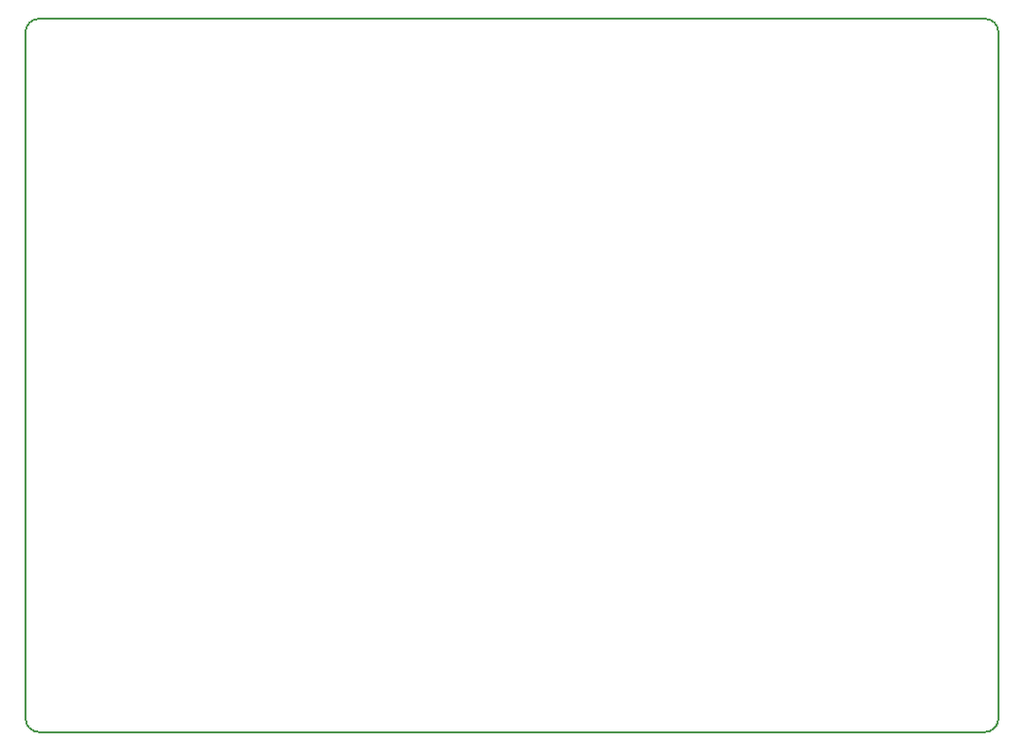
<source format=gbr>
%FSLAX34Y34*%
%MOMM*%
%LNOUTLINE*%
G71*
G01*
%ADD10C,0.200*%
%LPD*%
G54D10*
X11509Y615928D02*
X828262Y615928D01*
G54D10*
G75*
G01X11509Y615928D02*
G03X-1Y604418I0J-11510D01*
G01*
G54D10*
G75*
G01X839772Y604418D02*
G03X828262Y615928I-11510J0D01*
G01*
G54D10*
X-1Y604418D02*
X-1Y11503D01*
G54D10*
G75*
G01X828262Y-8D02*
G03X839772Y11502I0J11510D01*
G01*
G54D10*
X839772Y604418D02*
X839772Y11502D01*
G54D10*
G75*
G01X-1Y11503D02*
G03X11509Y-7I11510J0D01*
G01*
G54D10*
X828262Y-8D02*
X11509Y-7D01*
M02*

</source>
